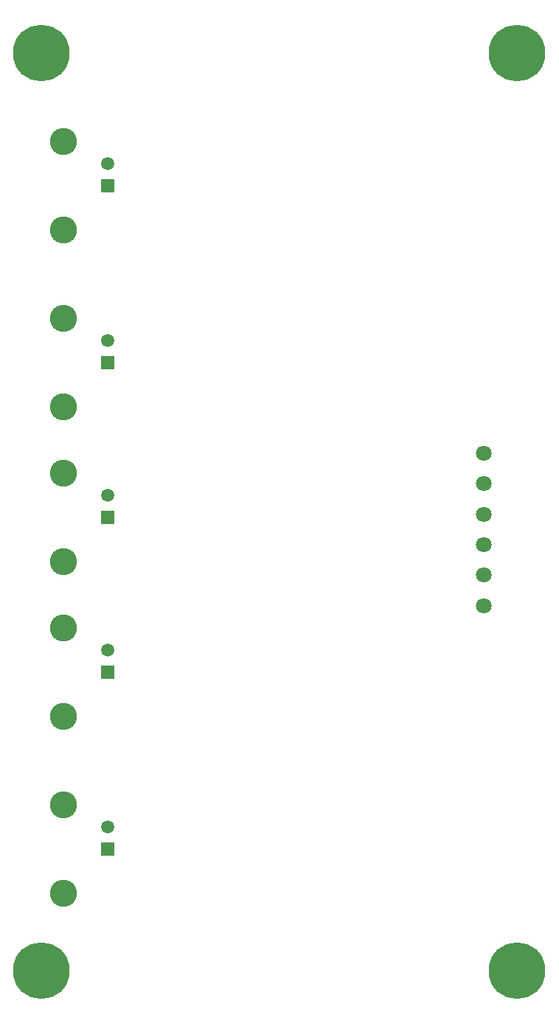
<source format=gbr>
%TF.GenerationSoftware,KiCad,Pcbnew,(5.1.6)-1*%
%TF.CreationDate,2020-09-22T13:28:35-07:00*%
%TF.ProjectId,awg-tx-shunt,6177672d-7478-42d7-9368-756e742e6b69,rev?*%
%TF.SameCoordinates,Original*%
%TF.FileFunction,Soldermask,Bot*%
%TF.FilePolarity,Negative*%
%FSLAX46Y46*%
G04 Gerber Fmt 4.6, Leading zero omitted, Abs format (unit mm)*
G04 Created by KiCad (PCBNEW (5.1.6)-1) date 2020-09-22 13:28:35*
%MOMM*%
%LPD*%
G01*
G04 APERTURE LIST*
%ADD10C,0.900000*%
%ADD11C,6.500000*%
%ADD12C,1.801800*%
%ADD13C,3.115000*%
%ADD14C,1.498000*%
%ADD15R,1.498000X1.498000*%
G04 APERTURE END LIST*
D10*
%TO.C,H4*%
X175687056Y-153242944D03*
X173990000Y-152540000D03*
X172292944Y-153242944D03*
X171590000Y-154940000D03*
X172292944Y-156637056D03*
X173990000Y-157340000D03*
X175687056Y-156637056D03*
X176390000Y-154940000D03*
D11*
X173990000Y-154940000D03*
%TD*%
D10*
%TO.C,H3*%
X121077056Y-153242944D03*
X119380000Y-152540000D03*
X117682944Y-153242944D03*
X116980000Y-154940000D03*
X117682944Y-156637056D03*
X119380000Y-157340000D03*
X121077056Y-156637056D03*
X121780000Y-154940000D03*
D11*
X119380000Y-154940000D03*
%TD*%
D10*
%TO.C,H2*%
X175687056Y-47832944D03*
X173990000Y-47130000D03*
X172292944Y-47832944D03*
X171590000Y-49530000D03*
X172292944Y-51227056D03*
X173990000Y-51930000D03*
X175687056Y-51227056D03*
X176390000Y-49530000D03*
D11*
X173990000Y-49530000D03*
%TD*%
D10*
%TO.C,H1*%
X121077056Y-47832944D03*
X119380000Y-47130000D03*
X117682944Y-47832944D03*
X116980000Y-49530000D03*
X117682944Y-51227056D03*
X119380000Y-51930000D03*
X121077056Y-51227056D03*
X121780000Y-49530000D03*
D11*
X119380000Y-49530000D03*
%TD*%
D12*
%TO.C,E1*%
X170180000Y-113030000D03*
X170180000Y-109529997D03*
X170180000Y-106029996D03*
X170180000Y-102529995D03*
X170180000Y-99029995D03*
X170180000Y-95529994D03*
%TD*%
D13*
%TO.C,J5*%
X121920000Y-90170000D03*
X121920000Y-80010000D03*
D14*
X127000000Y-82550000D03*
D15*
X127000000Y-85090000D03*
%TD*%
D13*
%TO.C,J4*%
X121920000Y-69850000D03*
X121920000Y-59690000D03*
D14*
X127000000Y-62230000D03*
D15*
X127000000Y-64770000D03*
%TD*%
D13*
%TO.C,J3*%
X121920000Y-107950000D03*
X121920000Y-97790000D03*
D14*
X127000000Y-100330000D03*
D15*
X127000000Y-102870000D03*
%TD*%
D13*
%TO.C,J2*%
X121920000Y-125730000D03*
X121920000Y-115570000D03*
D14*
X127000000Y-118110000D03*
D15*
X127000000Y-120650000D03*
%TD*%
D13*
%TO.C,J1*%
X121920000Y-146050000D03*
X121920000Y-135890000D03*
D14*
X127000000Y-138430000D03*
D15*
X127000000Y-140970000D03*
%TD*%
M02*

</source>
